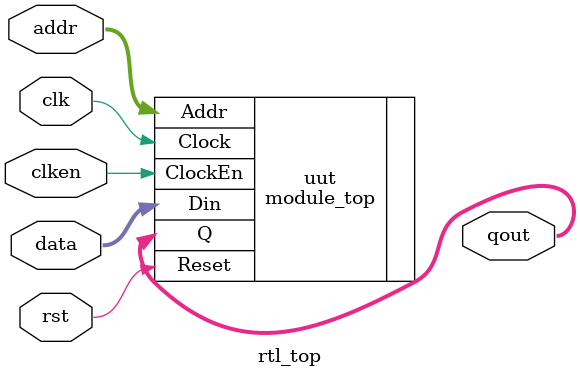
<source format=v>

`timescale 1 ns / 1 ps

module rtl_top
#(
parameter addr_width = 4,
parameter data_width = 12
)
(
input	[addr_width-1 : 0]	addr,
input	[data_width-1 : 0]	data,
input	clk,
input	clken,
input	rst,
output	[data_width-1 : 0]	qout
);


//shift depth 16
module_top uut (.Din(data), .Addr(addr), .Clock(clk), .ClockEn(clken), .Reset(rst), .Q(qout));

endmodule

</source>
